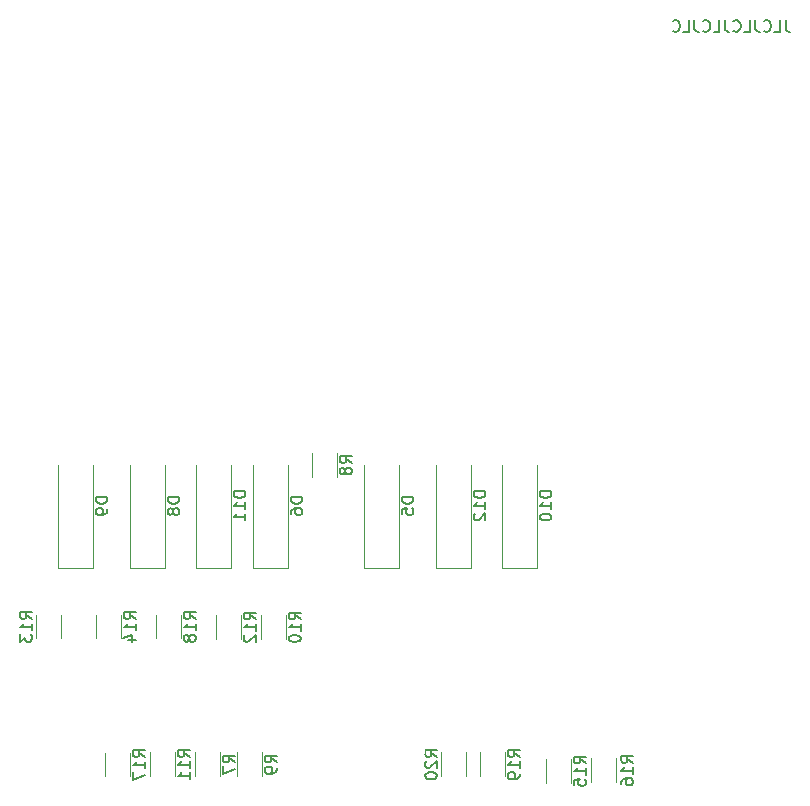
<source format=gbr>
%TF.GenerationSoftware,KiCad,Pcbnew,(5.1.10)-1*%
%TF.CreationDate,2021-11-27T11:32:15+01:00*%
%TF.ProjectId,BoostController,426f6f73-7443-46f6-9e74-726f6c6c6572,rev?*%
%TF.SameCoordinates,Original*%
%TF.FileFunction,Legend,Bot*%
%TF.FilePolarity,Positive*%
%FSLAX46Y46*%
G04 Gerber Fmt 4.6, Leading zero omitted, Abs format (unit mm)*
G04 Created by KiCad (PCBNEW (5.1.10)-1) date 2021-11-27 11:32:15*
%MOMM*%
%LPD*%
G01*
G04 APERTURE LIST*
%ADD10C,0.150000*%
%ADD11C,0.120000*%
%ADD12R,1.700000X1.700000*%
%ADD13O,1.700000X1.700000*%
%ADD14R,2.400000X2.400000*%
%ADD15O,2.400000X2.400000*%
%ADD16R,1.700000X2.000000*%
%ADD17R,2.700000X3.500000*%
%ADD18R,2.200000X2.200000*%
%ADD19O,2.200000X2.200000*%
%ADD20R,1.800000X1.800000*%
%ADD21O,1.800000X1.800000*%
%ADD22C,1.524000*%
%ADD23O,1.524000X2.000000*%
%ADD24R,1.750000X1.750000*%
%ADD25C,1.750000*%
%ADD26C,1.700000*%
G04 APERTURE END LIST*
D10*
X137080095Y-46950380D02*
X137080095Y-47664666D01*
X137127714Y-47807523D01*
X137222952Y-47902761D01*
X137365809Y-47950380D01*
X137461047Y-47950380D01*
X136127714Y-47950380D02*
X136603904Y-47950380D01*
X136603904Y-46950380D01*
X135222952Y-47855142D02*
X135270571Y-47902761D01*
X135413428Y-47950380D01*
X135508666Y-47950380D01*
X135651523Y-47902761D01*
X135746761Y-47807523D01*
X135794380Y-47712285D01*
X135842000Y-47521809D01*
X135842000Y-47378952D01*
X135794380Y-47188476D01*
X135746761Y-47093238D01*
X135651523Y-46998000D01*
X135508666Y-46950380D01*
X135413428Y-46950380D01*
X135270571Y-46998000D01*
X135222952Y-47045619D01*
X134508666Y-46950380D02*
X134508666Y-47664666D01*
X134556285Y-47807523D01*
X134651523Y-47902761D01*
X134794380Y-47950380D01*
X134889619Y-47950380D01*
X133556285Y-47950380D02*
X134032476Y-47950380D01*
X134032476Y-46950380D01*
X132651523Y-47855142D02*
X132699142Y-47902761D01*
X132842000Y-47950380D01*
X132937238Y-47950380D01*
X133080095Y-47902761D01*
X133175333Y-47807523D01*
X133222952Y-47712285D01*
X133270571Y-47521809D01*
X133270571Y-47378952D01*
X133222952Y-47188476D01*
X133175333Y-47093238D01*
X133080095Y-46998000D01*
X132937238Y-46950380D01*
X132842000Y-46950380D01*
X132699142Y-46998000D01*
X132651523Y-47045619D01*
X131937238Y-46950380D02*
X131937238Y-47664666D01*
X131984857Y-47807523D01*
X132080095Y-47902761D01*
X132222952Y-47950380D01*
X132318190Y-47950380D01*
X130984857Y-47950380D02*
X131461047Y-47950380D01*
X131461047Y-46950380D01*
X130080095Y-47855142D02*
X130127714Y-47902761D01*
X130270571Y-47950380D01*
X130365809Y-47950380D01*
X130508666Y-47902761D01*
X130603904Y-47807523D01*
X130651523Y-47712285D01*
X130699142Y-47521809D01*
X130699142Y-47378952D01*
X130651523Y-47188476D01*
X130603904Y-47093238D01*
X130508666Y-46998000D01*
X130365809Y-46950380D01*
X130270571Y-46950380D01*
X130127714Y-46998000D01*
X130080095Y-47045619D01*
X129365809Y-46950380D02*
X129365809Y-47664666D01*
X129413428Y-47807523D01*
X129508666Y-47902761D01*
X129651523Y-47950380D01*
X129746761Y-47950380D01*
X128413428Y-47950380D02*
X128889619Y-47950380D01*
X128889619Y-46950380D01*
X127508666Y-47855142D02*
X127556285Y-47902761D01*
X127699142Y-47950380D01*
X127794380Y-47950380D01*
X127937238Y-47902761D01*
X128032476Y-47807523D01*
X128080095Y-47712285D01*
X128127714Y-47521809D01*
X128127714Y-47378952D01*
X128080095Y-47188476D01*
X128032476Y-47093238D01*
X127937238Y-46998000D01*
X127794380Y-46950380D01*
X127699142Y-46950380D01*
X127556285Y-46998000D01*
X127508666Y-47045619D01*
D11*
%TO.C,R20*%
X107896000Y-108950000D02*
X107896000Y-110950000D01*
X110036000Y-110950000D02*
X110036000Y-108950000D01*
%TO.C,R19*%
X113338000Y-110950000D02*
X113338000Y-108950000D01*
X111198000Y-108950000D02*
X111198000Y-110950000D01*
%TO.C,R18*%
X85906000Y-99298000D02*
X85906000Y-97298000D01*
X83766000Y-97298000D02*
X83766000Y-99298000D01*
%TO.C,R17*%
X81588000Y-110982000D02*
X81588000Y-108982000D01*
X79448000Y-108982000D02*
X79448000Y-110982000D01*
%TO.C,R16*%
X120596000Y-109458000D02*
X120596000Y-111458000D01*
X122736000Y-111458000D02*
X122736000Y-109458000D01*
%TO.C,R15*%
X118926000Y-111522000D02*
X118926000Y-109522000D01*
X116786000Y-109522000D02*
X116786000Y-111522000D01*
%TO.C,R14*%
X80826000Y-99298000D02*
X80826000Y-97298000D01*
X78686000Y-97298000D02*
X78686000Y-99298000D01*
%TO.C,R13*%
X73606000Y-97298000D02*
X73606000Y-99298000D01*
X75746000Y-99298000D02*
X75746000Y-97298000D01*
%TO.C,R12*%
X90986000Y-99330000D02*
X90986000Y-97330000D01*
X88846000Y-97330000D02*
X88846000Y-99330000D01*
%TO.C,R11*%
X85398000Y-110950000D02*
X85398000Y-108950000D01*
X83258000Y-108950000D02*
X83258000Y-110950000D01*
%TO.C,R10*%
X94796000Y-99330000D02*
X94796000Y-97330000D01*
X92656000Y-97330000D02*
X92656000Y-99330000D01*
%TO.C,R9*%
X92764000Y-110950000D02*
X92764000Y-108950000D01*
X90624000Y-108950000D02*
X90624000Y-110950000D01*
%TO.C,R8*%
X99114000Y-85614000D02*
X99114000Y-83614000D01*
X96974000Y-83614000D02*
X96974000Y-85614000D01*
%TO.C,R7*%
X89208000Y-110950000D02*
X89208000Y-108950000D01*
X87068000Y-108950000D02*
X87068000Y-110950000D01*
%TO.C,D12*%
X107466000Y-93340000D02*
X107466000Y-84640000D01*
X110466000Y-93340000D02*
X107466000Y-93340000D01*
X110466000Y-84640000D02*
X110466000Y-93340000D01*
%TO.C,D11*%
X87146000Y-93340000D02*
X87146000Y-84640000D01*
X90146000Y-93340000D02*
X87146000Y-93340000D01*
X90146000Y-84640000D02*
X90146000Y-93340000D01*
%TO.C,D10*%
X113054000Y-93340000D02*
X113054000Y-84640000D01*
X116054000Y-93340000D02*
X113054000Y-93340000D01*
X116054000Y-84640000D02*
X116054000Y-93340000D01*
%TO.C,D9*%
X75462000Y-93340000D02*
X75462000Y-84640000D01*
X78462000Y-93340000D02*
X75462000Y-93340000D01*
X78462000Y-84640000D02*
X78462000Y-93340000D01*
%TO.C,D8*%
X81558000Y-93340000D02*
X81558000Y-84640000D01*
X84558000Y-93340000D02*
X81558000Y-93340000D01*
X84558000Y-84640000D02*
X84558000Y-93340000D01*
%TO.C,D6*%
X91972000Y-93340000D02*
X91972000Y-84640000D01*
X94972000Y-93340000D02*
X91972000Y-93340000D01*
X94972000Y-84640000D02*
X94972000Y-93340000D01*
%TO.C,D5*%
X101370000Y-93340000D02*
X101370000Y-84640000D01*
X104370000Y-93340000D02*
X101370000Y-93340000D01*
X104370000Y-84640000D02*
X104370000Y-93340000D01*
%TO.C,R20*%
D10*
X107568380Y-109307142D02*
X107092190Y-108973809D01*
X107568380Y-108735714D02*
X106568380Y-108735714D01*
X106568380Y-109116666D01*
X106616000Y-109211904D01*
X106663619Y-109259523D01*
X106758857Y-109307142D01*
X106901714Y-109307142D01*
X106996952Y-109259523D01*
X107044571Y-109211904D01*
X107092190Y-109116666D01*
X107092190Y-108735714D01*
X106663619Y-109688095D02*
X106616000Y-109735714D01*
X106568380Y-109830952D01*
X106568380Y-110069047D01*
X106616000Y-110164285D01*
X106663619Y-110211904D01*
X106758857Y-110259523D01*
X106854095Y-110259523D01*
X106996952Y-110211904D01*
X107568380Y-109640476D01*
X107568380Y-110259523D01*
X106568380Y-110878571D02*
X106568380Y-110973809D01*
X106616000Y-111069047D01*
X106663619Y-111116666D01*
X106758857Y-111164285D01*
X106949333Y-111211904D01*
X107187428Y-111211904D01*
X107377904Y-111164285D01*
X107473142Y-111116666D01*
X107520761Y-111069047D01*
X107568380Y-110973809D01*
X107568380Y-110878571D01*
X107520761Y-110783333D01*
X107473142Y-110735714D01*
X107377904Y-110688095D01*
X107187428Y-110640476D01*
X106949333Y-110640476D01*
X106758857Y-110688095D01*
X106663619Y-110735714D01*
X106616000Y-110783333D01*
X106568380Y-110878571D01*
%TO.C,R19*%
X114570380Y-109307142D02*
X114094190Y-108973809D01*
X114570380Y-108735714D02*
X113570380Y-108735714D01*
X113570380Y-109116666D01*
X113618000Y-109211904D01*
X113665619Y-109259523D01*
X113760857Y-109307142D01*
X113903714Y-109307142D01*
X113998952Y-109259523D01*
X114046571Y-109211904D01*
X114094190Y-109116666D01*
X114094190Y-108735714D01*
X114570380Y-110259523D02*
X114570380Y-109688095D01*
X114570380Y-109973809D02*
X113570380Y-109973809D01*
X113713238Y-109878571D01*
X113808476Y-109783333D01*
X113856095Y-109688095D01*
X114570380Y-110735714D02*
X114570380Y-110926190D01*
X114522761Y-111021428D01*
X114475142Y-111069047D01*
X114332285Y-111164285D01*
X114141809Y-111211904D01*
X113760857Y-111211904D01*
X113665619Y-111164285D01*
X113618000Y-111116666D01*
X113570380Y-111021428D01*
X113570380Y-110830952D01*
X113618000Y-110735714D01*
X113665619Y-110688095D01*
X113760857Y-110640476D01*
X113998952Y-110640476D01*
X114094190Y-110688095D01*
X114141809Y-110735714D01*
X114189428Y-110830952D01*
X114189428Y-111021428D01*
X114141809Y-111116666D01*
X114094190Y-111164285D01*
X113998952Y-111211904D01*
%TO.C,R18*%
X87138380Y-97655142D02*
X86662190Y-97321809D01*
X87138380Y-97083714D02*
X86138380Y-97083714D01*
X86138380Y-97464666D01*
X86186000Y-97559904D01*
X86233619Y-97607523D01*
X86328857Y-97655142D01*
X86471714Y-97655142D01*
X86566952Y-97607523D01*
X86614571Y-97559904D01*
X86662190Y-97464666D01*
X86662190Y-97083714D01*
X87138380Y-98607523D02*
X87138380Y-98036095D01*
X87138380Y-98321809D02*
X86138380Y-98321809D01*
X86281238Y-98226571D01*
X86376476Y-98131333D01*
X86424095Y-98036095D01*
X86566952Y-99178952D02*
X86519333Y-99083714D01*
X86471714Y-99036095D01*
X86376476Y-98988476D01*
X86328857Y-98988476D01*
X86233619Y-99036095D01*
X86186000Y-99083714D01*
X86138380Y-99178952D01*
X86138380Y-99369428D01*
X86186000Y-99464666D01*
X86233619Y-99512285D01*
X86328857Y-99559904D01*
X86376476Y-99559904D01*
X86471714Y-99512285D01*
X86519333Y-99464666D01*
X86566952Y-99369428D01*
X86566952Y-99178952D01*
X86614571Y-99083714D01*
X86662190Y-99036095D01*
X86757428Y-98988476D01*
X86947904Y-98988476D01*
X87043142Y-99036095D01*
X87090761Y-99083714D01*
X87138380Y-99178952D01*
X87138380Y-99369428D01*
X87090761Y-99464666D01*
X87043142Y-99512285D01*
X86947904Y-99559904D01*
X86757428Y-99559904D01*
X86662190Y-99512285D01*
X86614571Y-99464666D01*
X86566952Y-99369428D01*
%TO.C,R17*%
X82820380Y-109339142D02*
X82344190Y-109005809D01*
X82820380Y-108767714D02*
X81820380Y-108767714D01*
X81820380Y-109148666D01*
X81868000Y-109243904D01*
X81915619Y-109291523D01*
X82010857Y-109339142D01*
X82153714Y-109339142D01*
X82248952Y-109291523D01*
X82296571Y-109243904D01*
X82344190Y-109148666D01*
X82344190Y-108767714D01*
X82820380Y-110291523D02*
X82820380Y-109720095D01*
X82820380Y-110005809D02*
X81820380Y-110005809D01*
X81963238Y-109910571D01*
X82058476Y-109815333D01*
X82106095Y-109720095D01*
X81820380Y-110624857D02*
X81820380Y-111291523D01*
X82820380Y-110862952D01*
%TO.C,R16*%
X124150380Y-109815142D02*
X123674190Y-109481809D01*
X124150380Y-109243714D02*
X123150380Y-109243714D01*
X123150380Y-109624666D01*
X123198000Y-109719904D01*
X123245619Y-109767523D01*
X123340857Y-109815142D01*
X123483714Y-109815142D01*
X123578952Y-109767523D01*
X123626571Y-109719904D01*
X123674190Y-109624666D01*
X123674190Y-109243714D01*
X124150380Y-110767523D02*
X124150380Y-110196095D01*
X124150380Y-110481809D02*
X123150380Y-110481809D01*
X123293238Y-110386571D01*
X123388476Y-110291333D01*
X123436095Y-110196095D01*
X123150380Y-111624666D02*
X123150380Y-111434190D01*
X123198000Y-111338952D01*
X123245619Y-111291333D01*
X123388476Y-111196095D01*
X123578952Y-111148476D01*
X123959904Y-111148476D01*
X124055142Y-111196095D01*
X124102761Y-111243714D01*
X124150380Y-111338952D01*
X124150380Y-111529428D01*
X124102761Y-111624666D01*
X124055142Y-111672285D01*
X123959904Y-111719904D01*
X123721809Y-111719904D01*
X123626571Y-111672285D01*
X123578952Y-111624666D01*
X123531333Y-111529428D01*
X123531333Y-111338952D01*
X123578952Y-111243714D01*
X123626571Y-111196095D01*
X123721809Y-111148476D01*
%TO.C,R15*%
X120158380Y-109879142D02*
X119682190Y-109545809D01*
X120158380Y-109307714D02*
X119158380Y-109307714D01*
X119158380Y-109688666D01*
X119206000Y-109783904D01*
X119253619Y-109831523D01*
X119348857Y-109879142D01*
X119491714Y-109879142D01*
X119586952Y-109831523D01*
X119634571Y-109783904D01*
X119682190Y-109688666D01*
X119682190Y-109307714D01*
X120158380Y-110831523D02*
X120158380Y-110260095D01*
X120158380Y-110545809D02*
X119158380Y-110545809D01*
X119301238Y-110450571D01*
X119396476Y-110355333D01*
X119444095Y-110260095D01*
X119158380Y-111736285D02*
X119158380Y-111260095D01*
X119634571Y-111212476D01*
X119586952Y-111260095D01*
X119539333Y-111355333D01*
X119539333Y-111593428D01*
X119586952Y-111688666D01*
X119634571Y-111736285D01*
X119729809Y-111783904D01*
X119967904Y-111783904D01*
X120063142Y-111736285D01*
X120110761Y-111688666D01*
X120158380Y-111593428D01*
X120158380Y-111355333D01*
X120110761Y-111260095D01*
X120063142Y-111212476D01*
%TO.C,R14*%
X82058380Y-97655142D02*
X81582190Y-97321809D01*
X82058380Y-97083714D02*
X81058380Y-97083714D01*
X81058380Y-97464666D01*
X81106000Y-97559904D01*
X81153619Y-97607523D01*
X81248857Y-97655142D01*
X81391714Y-97655142D01*
X81486952Y-97607523D01*
X81534571Y-97559904D01*
X81582190Y-97464666D01*
X81582190Y-97083714D01*
X82058380Y-98607523D02*
X82058380Y-98036095D01*
X82058380Y-98321809D02*
X81058380Y-98321809D01*
X81201238Y-98226571D01*
X81296476Y-98131333D01*
X81344095Y-98036095D01*
X81391714Y-99464666D02*
X82058380Y-99464666D01*
X81010761Y-99226571D02*
X81725047Y-98988476D01*
X81725047Y-99607523D01*
%TO.C,R13*%
X73278380Y-97655142D02*
X72802190Y-97321809D01*
X73278380Y-97083714D02*
X72278380Y-97083714D01*
X72278380Y-97464666D01*
X72326000Y-97559904D01*
X72373619Y-97607523D01*
X72468857Y-97655142D01*
X72611714Y-97655142D01*
X72706952Y-97607523D01*
X72754571Y-97559904D01*
X72802190Y-97464666D01*
X72802190Y-97083714D01*
X73278380Y-98607523D02*
X73278380Y-98036095D01*
X73278380Y-98321809D02*
X72278380Y-98321809D01*
X72421238Y-98226571D01*
X72516476Y-98131333D01*
X72564095Y-98036095D01*
X72278380Y-98940857D02*
X72278380Y-99559904D01*
X72659333Y-99226571D01*
X72659333Y-99369428D01*
X72706952Y-99464666D01*
X72754571Y-99512285D01*
X72849809Y-99559904D01*
X73087904Y-99559904D01*
X73183142Y-99512285D01*
X73230761Y-99464666D01*
X73278380Y-99369428D01*
X73278380Y-99083714D01*
X73230761Y-98988476D01*
X73183142Y-98940857D01*
%TO.C,R12*%
X92218380Y-97687142D02*
X91742190Y-97353809D01*
X92218380Y-97115714D02*
X91218380Y-97115714D01*
X91218380Y-97496666D01*
X91266000Y-97591904D01*
X91313619Y-97639523D01*
X91408857Y-97687142D01*
X91551714Y-97687142D01*
X91646952Y-97639523D01*
X91694571Y-97591904D01*
X91742190Y-97496666D01*
X91742190Y-97115714D01*
X92218380Y-98639523D02*
X92218380Y-98068095D01*
X92218380Y-98353809D02*
X91218380Y-98353809D01*
X91361238Y-98258571D01*
X91456476Y-98163333D01*
X91504095Y-98068095D01*
X91313619Y-99020476D02*
X91266000Y-99068095D01*
X91218380Y-99163333D01*
X91218380Y-99401428D01*
X91266000Y-99496666D01*
X91313619Y-99544285D01*
X91408857Y-99591904D01*
X91504095Y-99591904D01*
X91646952Y-99544285D01*
X92218380Y-98972857D01*
X92218380Y-99591904D01*
%TO.C,R11*%
X86630380Y-109307142D02*
X86154190Y-108973809D01*
X86630380Y-108735714D02*
X85630380Y-108735714D01*
X85630380Y-109116666D01*
X85678000Y-109211904D01*
X85725619Y-109259523D01*
X85820857Y-109307142D01*
X85963714Y-109307142D01*
X86058952Y-109259523D01*
X86106571Y-109211904D01*
X86154190Y-109116666D01*
X86154190Y-108735714D01*
X86630380Y-110259523D02*
X86630380Y-109688095D01*
X86630380Y-109973809D02*
X85630380Y-109973809D01*
X85773238Y-109878571D01*
X85868476Y-109783333D01*
X85916095Y-109688095D01*
X86630380Y-111211904D02*
X86630380Y-110640476D01*
X86630380Y-110926190D02*
X85630380Y-110926190D01*
X85773238Y-110830952D01*
X85868476Y-110735714D01*
X85916095Y-110640476D01*
%TO.C,R10*%
X96028380Y-97687142D02*
X95552190Y-97353809D01*
X96028380Y-97115714D02*
X95028380Y-97115714D01*
X95028380Y-97496666D01*
X95076000Y-97591904D01*
X95123619Y-97639523D01*
X95218857Y-97687142D01*
X95361714Y-97687142D01*
X95456952Y-97639523D01*
X95504571Y-97591904D01*
X95552190Y-97496666D01*
X95552190Y-97115714D01*
X96028380Y-98639523D02*
X96028380Y-98068095D01*
X96028380Y-98353809D02*
X95028380Y-98353809D01*
X95171238Y-98258571D01*
X95266476Y-98163333D01*
X95314095Y-98068095D01*
X95028380Y-99258571D02*
X95028380Y-99353809D01*
X95076000Y-99449047D01*
X95123619Y-99496666D01*
X95218857Y-99544285D01*
X95409333Y-99591904D01*
X95647428Y-99591904D01*
X95837904Y-99544285D01*
X95933142Y-99496666D01*
X95980761Y-99449047D01*
X96028380Y-99353809D01*
X96028380Y-99258571D01*
X95980761Y-99163333D01*
X95933142Y-99115714D01*
X95837904Y-99068095D01*
X95647428Y-99020476D01*
X95409333Y-99020476D01*
X95218857Y-99068095D01*
X95123619Y-99115714D01*
X95076000Y-99163333D01*
X95028380Y-99258571D01*
%TO.C,R9*%
X93996380Y-109783333D02*
X93520190Y-109450000D01*
X93996380Y-109211904D02*
X92996380Y-109211904D01*
X92996380Y-109592857D01*
X93044000Y-109688095D01*
X93091619Y-109735714D01*
X93186857Y-109783333D01*
X93329714Y-109783333D01*
X93424952Y-109735714D01*
X93472571Y-109688095D01*
X93520190Y-109592857D01*
X93520190Y-109211904D01*
X93996380Y-110259523D02*
X93996380Y-110450000D01*
X93948761Y-110545238D01*
X93901142Y-110592857D01*
X93758285Y-110688095D01*
X93567809Y-110735714D01*
X93186857Y-110735714D01*
X93091619Y-110688095D01*
X93044000Y-110640476D01*
X92996380Y-110545238D01*
X92996380Y-110354761D01*
X93044000Y-110259523D01*
X93091619Y-110211904D01*
X93186857Y-110164285D01*
X93424952Y-110164285D01*
X93520190Y-110211904D01*
X93567809Y-110259523D01*
X93615428Y-110354761D01*
X93615428Y-110545238D01*
X93567809Y-110640476D01*
X93520190Y-110688095D01*
X93424952Y-110735714D01*
%TO.C,R8*%
X100346380Y-84447333D02*
X99870190Y-84114000D01*
X100346380Y-83875904D02*
X99346380Y-83875904D01*
X99346380Y-84256857D01*
X99394000Y-84352095D01*
X99441619Y-84399714D01*
X99536857Y-84447333D01*
X99679714Y-84447333D01*
X99774952Y-84399714D01*
X99822571Y-84352095D01*
X99870190Y-84256857D01*
X99870190Y-83875904D01*
X99774952Y-85018761D02*
X99727333Y-84923523D01*
X99679714Y-84875904D01*
X99584476Y-84828285D01*
X99536857Y-84828285D01*
X99441619Y-84875904D01*
X99394000Y-84923523D01*
X99346380Y-85018761D01*
X99346380Y-85209238D01*
X99394000Y-85304476D01*
X99441619Y-85352095D01*
X99536857Y-85399714D01*
X99584476Y-85399714D01*
X99679714Y-85352095D01*
X99727333Y-85304476D01*
X99774952Y-85209238D01*
X99774952Y-85018761D01*
X99822571Y-84923523D01*
X99870190Y-84875904D01*
X99965428Y-84828285D01*
X100155904Y-84828285D01*
X100251142Y-84875904D01*
X100298761Y-84923523D01*
X100346380Y-85018761D01*
X100346380Y-85209238D01*
X100298761Y-85304476D01*
X100251142Y-85352095D01*
X100155904Y-85399714D01*
X99965428Y-85399714D01*
X99870190Y-85352095D01*
X99822571Y-85304476D01*
X99774952Y-85209238D01*
%TO.C,R7*%
X90440380Y-109783333D02*
X89964190Y-109450000D01*
X90440380Y-109211904D02*
X89440380Y-109211904D01*
X89440380Y-109592857D01*
X89488000Y-109688095D01*
X89535619Y-109735714D01*
X89630857Y-109783333D01*
X89773714Y-109783333D01*
X89868952Y-109735714D01*
X89916571Y-109688095D01*
X89964190Y-109592857D01*
X89964190Y-109211904D01*
X89440380Y-110116666D02*
X89440380Y-110783333D01*
X90440380Y-110354761D01*
%TO.C,D12*%
X111668380Y-86825714D02*
X110668380Y-86825714D01*
X110668380Y-87063809D01*
X110716000Y-87206666D01*
X110811238Y-87301904D01*
X110906476Y-87349523D01*
X111096952Y-87397142D01*
X111239809Y-87397142D01*
X111430285Y-87349523D01*
X111525523Y-87301904D01*
X111620761Y-87206666D01*
X111668380Y-87063809D01*
X111668380Y-86825714D01*
X111668380Y-88349523D02*
X111668380Y-87778095D01*
X111668380Y-88063809D02*
X110668380Y-88063809D01*
X110811238Y-87968571D01*
X110906476Y-87873333D01*
X110954095Y-87778095D01*
X110763619Y-88730476D02*
X110716000Y-88778095D01*
X110668380Y-88873333D01*
X110668380Y-89111428D01*
X110716000Y-89206666D01*
X110763619Y-89254285D01*
X110858857Y-89301904D01*
X110954095Y-89301904D01*
X111096952Y-89254285D01*
X111668380Y-88682857D01*
X111668380Y-89301904D01*
%TO.C,D11*%
X91348380Y-86825714D02*
X90348380Y-86825714D01*
X90348380Y-87063809D01*
X90396000Y-87206666D01*
X90491238Y-87301904D01*
X90586476Y-87349523D01*
X90776952Y-87397142D01*
X90919809Y-87397142D01*
X91110285Y-87349523D01*
X91205523Y-87301904D01*
X91300761Y-87206666D01*
X91348380Y-87063809D01*
X91348380Y-86825714D01*
X91348380Y-88349523D02*
X91348380Y-87778095D01*
X91348380Y-88063809D02*
X90348380Y-88063809D01*
X90491238Y-87968571D01*
X90586476Y-87873333D01*
X90634095Y-87778095D01*
X91348380Y-89301904D02*
X91348380Y-88730476D01*
X91348380Y-89016190D02*
X90348380Y-89016190D01*
X90491238Y-88920952D01*
X90586476Y-88825714D01*
X90634095Y-88730476D01*
%TO.C,D10*%
X117256380Y-86825714D02*
X116256380Y-86825714D01*
X116256380Y-87063809D01*
X116304000Y-87206666D01*
X116399238Y-87301904D01*
X116494476Y-87349523D01*
X116684952Y-87397142D01*
X116827809Y-87397142D01*
X117018285Y-87349523D01*
X117113523Y-87301904D01*
X117208761Y-87206666D01*
X117256380Y-87063809D01*
X117256380Y-86825714D01*
X117256380Y-88349523D02*
X117256380Y-87778095D01*
X117256380Y-88063809D02*
X116256380Y-88063809D01*
X116399238Y-87968571D01*
X116494476Y-87873333D01*
X116542095Y-87778095D01*
X116256380Y-88968571D02*
X116256380Y-89063809D01*
X116304000Y-89159047D01*
X116351619Y-89206666D01*
X116446857Y-89254285D01*
X116637333Y-89301904D01*
X116875428Y-89301904D01*
X117065904Y-89254285D01*
X117161142Y-89206666D01*
X117208761Y-89159047D01*
X117256380Y-89063809D01*
X117256380Y-88968571D01*
X117208761Y-88873333D01*
X117161142Y-88825714D01*
X117065904Y-88778095D01*
X116875428Y-88730476D01*
X116637333Y-88730476D01*
X116446857Y-88778095D01*
X116351619Y-88825714D01*
X116304000Y-88873333D01*
X116256380Y-88968571D01*
%TO.C,D9*%
X79664380Y-87301904D02*
X78664380Y-87301904D01*
X78664380Y-87540000D01*
X78712000Y-87682857D01*
X78807238Y-87778095D01*
X78902476Y-87825714D01*
X79092952Y-87873333D01*
X79235809Y-87873333D01*
X79426285Y-87825714D01*
X79521523Y-87778095D01*
X79616761Y-87682857D01*
X79664380Y-87540000D01*
X79664380Y-87301904D01*
X79664380Y-88349523D02*
X79664380Y-88540000D01*
X79616761Y-88635238D01*
X79569142Y-88682857D01*
X79426285Y-88778095D01*
X79235809Y-88825714D01*
X78854857Y-88825714D01*
X78759619Y-88778095D01*
X78712000Y-88730476D01*
X78664380Y-88635238D01*
X78664380Y-88444761D01*
X78712000Y-88349523D01*
X78759619Y-88301904D01*
X78854857Y-88254285D01*
X79092952Y-88254285D01*
X79188190Y-88301904D01*
X79235809Y-88349523D01*
X79283428Y-88444761D01*
X79283428Y-88635238D01*
X79235809Y-88730476D01*
X79188190Y-88778095D01*
X79092952Y-88825714D01*
%TO.C,D8*%
X85760380Y-87301904D02*
X84760380Y-87301904D01*
X84760380Y-87540000D01*
X84808000Y-87682857D01*
X84903238Y-87778095D01*
X84998476Y-87825714D01*
X85188952Y-87873333D01*
X85331809Y-87873333D01*
X85522285Y-87825714D01*
X85617523Y-87778095D01*
X85712761Y-87682857D01*
X85760380Y-87540000D01*
X85760380Y-87301904D01*
X85188952Y-88444761D02*
X85141333Y-88349523D01*
X85093714Y-88301904D01*
X84998476Y-88254285D01*
X84950857Y-88254285D01*
X84855619Y-88301904D01*
X84808000Y-88349523D01*
X84760380Y-88444761D01*
X84760380Y-88635238D01*
X84808000Y-88730476D01*
X84855619Y-88778095D01*
X84950857Y-88825714D01*
X84998476Y-88825714D01*
X85093714Y-88778095D01*
X85141333Y-88730476D01*
X85188952Y-88635238D01*
X85188952Y-88444761D01*
X85236571Y-88349523D01*
X85284190Y-88301904D01*
X85379428Y-88254285D01*
X85569904Y-88254285D01*
X85665142Y-88301904D01*
X85712761Y-88349523D01*
X85760380Y-88444761D01*
X85760380Y-88635238D01*
X85712761Y-88730476D01*
X85665142Y-88778095D01*
X85569904Y-88825714D01*
X85379428Y-88825714D01*
X85284190Y-88778095D01*
X85236571Y-88730476D01*
X85188952Y-88635238D01*
%TO.C,D6*%
X96174380Y-87301904D02*
X95174380Y-87301904D01*
X95174380Y-87540000D01*
X95222000Y-87682857D01*
X95317238Y-87778095D01*
X95412476Y-87825714D01*
X95602952Y-87873333D01*
X95745809Y-87873333D01*
X95936285Y-87825714D01*
X96031523Y-87778095D01*
X96126761Y-87682857D01*
X96174380Y-87540000D01*
X96174380Y-87301904D01*
X95174380Y-88730476D02*
X95174380Y-88540000D01*
X95222000Y-88444761D01*
X95269619Y-88397142D01*
X95412476Y-88301904D01*
X95602952Y-88254285D01*
X95983904Y-88254285D01*
X96079142Y-88301904D01*
X96126761Y-88349523D01*
X96174380Y-88444761D01*
X96174380Y-88635238D01*
X96126761Y-88730476D01*
X96079142Y-88778095D01*
X95983904Y-88825714D01*
X95745809Y-88825714D01*
X95650571Y-88778095D01*
X95602952Y-88730476D01*
X95555333Y-88635238D01*
X95555333Y-88444761D01*
X95602952Y-88349523D01*
X95650571Y-88301904D01*
X95745809Y-88254285D01*
%TO.C,D5*%
X105572380Y-87301904D02*
X104572380Y-87301904D01*
X104572380Y-87540000D01*
X104620000Y-87682857D01*
X104715238Y-87778095D01*
X104810476Y-87825714D01*
X105000952Y-87873333D01*
X105143809Y-87873333D01*
X105334285Y-87825714D01*
X105429523Y-87778095D01*
X105524761Y-87682857D01*
X105572380Y-87540000D01*
X105572380Y-87301904D01*
X104572380Y-88778095D02*
X104572380Y-88301904D01*
X105048571Y-88254285D01*
X105000952Y-88301904D01*
X104953333Y-88397142D01*
X104953333Y-88635238D01*
X105000952Y-88730476D01*
X105048571Y-88778095D01*
X105143809Y-88825714D01*
X105381904Y-88825714D01*
X105477142Y-88778095D01*
X105524761Y-88730476D01*
X105572380Y-88635238D01*
X105572380Y-88397142D01*
X105524761Y-88301904D01*
X105477142Y-88254285D01*
%TD*%
%LPC*%
D12*
%TO.C,J6*%
X66294000Y-77216000D03*
%TD*%
%TO.C,J7*%
X135128000Y-74422000D03*
D13*
X135128000Y-76962000D03*
X135128000Y-79502000D03*
X135128000Y-82042000D03*
%TD*%
D14*
%TO.C,D2*%
X65024000Y-109220000D03*
D15*
X70104000Y-109220000D03*
%TD*%
D16*
%TO.C,R20*%
X108966000Y-107950000D03*
X108966000Y-111950000D03*
%TD*%
%TO.C,R19*%
X112268000Y-111950000D03*
X112268000Y-107950000D03*
%TD*%
%TO.C,R18*%
X84836000Y-100298000D03*
X84836000Y-96298000D03*
%TD*%
%TO.C,R17*%
X80518000Y-111982000D03*
X80518000Y-107982000D03*
%TD*%
%TO.C,R16*%
X121666000Y-108458000D03*
X121666000Y-112458000D03*
%TD*%
%TO.C,R15*%
X117856000Y-112522000D03*
X117856000Y-108522000D03*
%TD*%
%TO.C,R14*%
X79756000Y-100298000D03*
X79756000Y-96298000D03*
%TD*%
%TO.C,R13*%
X74676000Y-96298000D03*
X74676000Y-100298000D03*
%TD*%
%TO.C,R12*%
X89916000Y-100330000D03*
X89916000Y-96330000D03*
%TD*%
%TO.C,R11*%
X84328000Y-111950000D03*
X84328000Y-107950000D03*
%TD*%
%TO.C,R10*%
X93726000Y-100330000D03*
X93726000Y-96330000D03*
%TD*%
%TO.C,R9*%
X91694000Y-111950000D03*
X91694000Y-107950000D03*
%TD*%
%TO.C,R8*%
X98044000Y-86614000D03*
X98044000Y-82614000D03*
%TD*%
%TO.C,R7*%
X88138000Y-111950000D03*
X88138000Y-107950000D03*
%TD*%
D17*
%TO.C,D12*%
X108966000Y-91440000D03*
X108966000Y-84640000D03*
%TD*%
%TO.C,D11*%
X88646000Y-91440000D03*
X88646000Y-84640000D03*
%TD*%
%TO.C,D10*%
X114554000Y-91440000D03*
X114554000Y-84640000D03*
%TD*%
%TO.C,D9*%
X76962000Y-91440000D03*
X76962000Y-84640000D03*
%TD*%
%TO.C,D8*%
X83058000Y-91440000D03*
X83058000Y-84640000D03*
%TD*%
%TO.C,D6*%
X93472000Y-91440000D03*
X93472000Y-84640000D03*
%TD*%
%TO.C,D5*%
X102870000Y-91440000D03*
X102870000Y-84640000D03*
%TD*%
D18*
%TO.C,D4*%
X105410000Y-107950000D03*
D19*
X105410000Y-110490000D03*
%TD*%
D18*
%TO.C,D3*%
X100330000Y-107950000D03*
D19*
X100330000Y-110490000D03*
%TD*%
D20*
%TO.C,Q2*%
X106426000Y-96266000D03*
D21*
X106426000Y-98806000D03*
X106426000Y-101346000D03*
%TD*%
D20*
%TO.C,Q1*%
X99314000Y-96266000D03*
D21*
X99314000Y-98806000D03*
X99314000Y-101346000D03*
%TD*%
D22*
%TO.C,U2*%
X64516000Y-103632000D03*
X67056000Y-103632000D03*
X69596000Y-103632000D03*
X72136000Y-103632000D03*
%TD*%
D23*
%TO.C,U3*%
X121412000Y-103886000D03*
X123952000Y-103886000D03*
X126492000Y-103886000D03*
X129032000Y-103886000D03*
X131572000Y-103886000D03*
G36*
G01*
X134874000Y-103267000D02*
X134874000Y-104505000D01*
G75*
G02*
X134493000Y-104886000I-381000J0D01*
G01*
X133731000Y-104886000D01*
G75*
G02*
X133350000Y-104505000I0J381000D01*
G01*
X133350000Y-103267000D01*
G75*
G02*
X133731000Y-102886000I381000J0D01*
G01*
X134493000Y-102886000D01*
G75*
G02*
X134874000Y-103267000I0J-381000D01*
G01*
G37*
%TD*%
D24*
%TO.C,J5*%
X127762000Y-116586000D03*
D25*
X130262000Y-116586000D03*
X132762000Y-116586000D03*
%TD*%
D24*
%TO.C,J4*%
X112776000Y-116586000D03*
D25*
X115276000Y-116586000D03*
X117776000Y-116586000D03*
X120276000Y-116586000D03*
%TD*%
D24*
%TO.C,J3*%
X100330000Y-116586000D03*
D25*
X102830000Y-116586000D03*
X105330000Y-116586000D03*
%TD*%
D24*
%TO.C,J2*%
X82804000Y-116586000D03*
D25*
X85304000Y-116586000D03*
X87804000Y-116586000D03*
X90304000Y-116586000D03*
X92804000Y-116586000D03*
%TD*%
D24*
%TO.C,J1*%
X65024000Y-116586000D03*
D25*
X67524000Y-116586000D03*
X70024000Y-116586000D03*
X72524000Y-116586000D03*
X75024000Y-116586000D03*
%TD*%
D26*
%TO.C,U1*%
X113030000Y-69342000D03*
X113030000Y-54102000D03*
X110490000Y-69342000D03*
X110490000Y-54102000D03*
X107950000Y-69342000D03*
X107950000Y-54102000D03*
X105410000Y-69342000D03*
X105410000Y-54102000D03*
X102870000Y-69342000D03*
X102870000Y-54102000D03*
X100330000Y-69342000D03*
X100330000Y-54102000D03*
X97790000Y-69342000D03*
X97790000Y-54102000D03*
X95250000Y-69342000D03*
X95250000Y-54102000D03*
X92710000Y-69342000D03*
X92710000Y-54102000D03*
X90170000Y-69342000D03*
X90170000Y-54102000D03*
X87630000Y-69342000D03*
X87630000Y-54102000D03*
X85090000Y-69342000D03*
X85090000Y-54102000D03*
X82550000Y-69342000D03*
X82550000Y-54102000D03*
X80010000Y-69342000D03*
X80010000Y-54102000D03*
X77470000Y-69342000D03*
X77470000Y-54102000D03*
X74930000Y-69342000D03*
X74930000Y-54102000D03*
X72390000Y-69342000D03*
X72390000Y-54102000D03*
X69850000Y-69342000D03*
X69850000Y-54102000D03*
X67310000Y-69342000D03*
X67310000Y-54102000D03*
D12*
X64770000Y-69342000D03*
D26*
X64770000Y-54102000D03*
X109220000Y-57912000D03*
X109220000Y-60452000D03*
X109220000Y-62992000D03*
X109220000Y-65532000D03*
%TD*%
M02*

</source>
